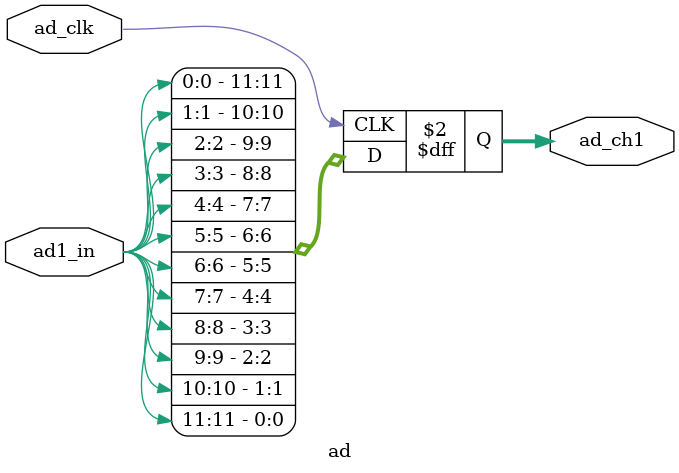
<source format=v>
`timescale 1ns / 1ps
module ad(
          input ad_clk,
			 input [11:0] ad1_in,
			 output reg [11:0] ad_ch1
			);

always @(posedge ad_clk)
begin            
    ad_ch1[11] <= ad1_in[0];  
    ad_ch1[10] <= ad1_in[1];  
    ad_ch1[9] <= ad1_in[2];  
    ad_ch1[8] <= ad1_in[3];  
    ad_ch1[7] <= ad1_in[4];  
    ad_ch1[6] <= ad1_in[5];  
    ad_ch1[5] <= ad1_in[6];  
    ad_ch1[4] <= ad1_in[7];  
    ad_ch1[3] <= ad1_in[8];  
    ad_ch1[2] <= ad1_in[9];  
    ad_ch1[1] <= ad1_in[10];  
    ad_ch1[0] <= ad1_in[11];	  
end 
endmodule

</source>
